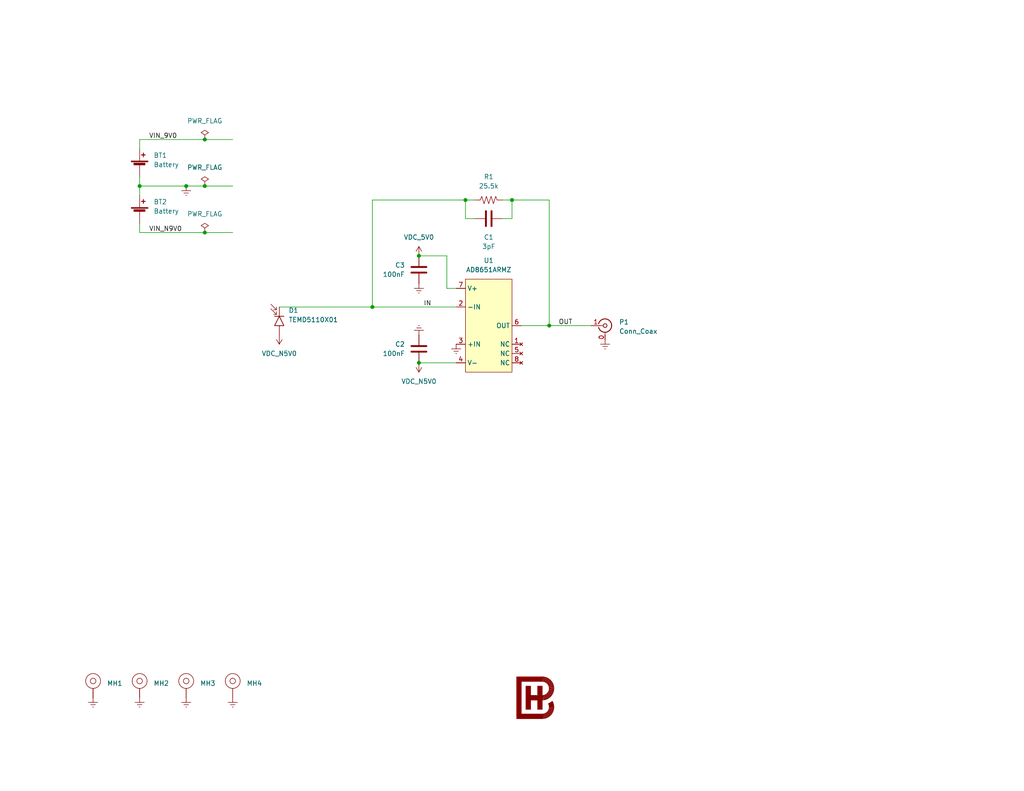
<source format=kicad_sch>
(kicad_sch (version 20231120) (generator "eeschema") (generator_version "8.0")
  (paper "A")
  (title_block (title "${PROJECT_NAME}") (rev "${PCB_REVISION}") (company "BRENDANHAINES.COM"))
  (lib_symbols
    (symbol "bh:AD8651ARMZ" (exclude_from_sim yes)
      (property "Reference" "U" (at 0 0 0))
      (property "Value" "AD8651ARMZ" (at 0 0 0))
      (symbol "AD8651ARMZ_1_1"
        (rectangle (start 0 0) (end 12.7 -25.4) (fill (type background)))
        (pin no_connect line (at 15.24 -17.78 180) (length 2.54) (name "NC") (number "1"))
        (pin input line (at -2.54 -7.62 0) (length 2.54) (name "-IN") (number "2"))
        (pin input line (at -2.54 -17.78 0) (length 2.54) (name "+IN") (number "3"))
        (pin power_in line (at -2.54 -22.86 0) (length 2.54) (name "V-") (number "4"))
        (pin no_connect line (at 15.24 -20.32 180) (length 2.54) (name "NC") (number "5"))
        (pin output line (at 15.24 -12.7 180) (length 2.54) (name "OUT") (number "6"))
        (pin power_in line (at -2.54 -2.54 0) (length 2.54) (name "V+") (number "7"))
        (pin no_connect line (at 15.24 -22.86 180) (length 2.54) (name "NC") (number "8"))
      )
    )
    (symbol "bh:Battery" (pin_numbers hide) (pin_names (offset 0) hide)
      (property "Reference" "BT" (at 2.54 1.27 0))
      (property "Value" "Battery" (at 2.54 -1.27 0))
      (symbol "Battery_0_1"
        (rectangle (start -2.286 0.508) (end 2.286 0.254) (fill (type outline)))
        (rectangle (start -1.5748 -0.0762) (end 1.4732 -0.5842) (fill (type outline)))
        (polyline (pts (xy 0 -0.508) (xy 0 -1.27)))
        (polyline (pts (xy 0 0.508) (xy 0 1.27)))
        (polyline (pts (xy 0.508 2.159) (xy 1.524 2.159)) (stroke (width 0.254)))
        (polyline (pts (xy 1.016 2.667) (xy 1.016 1.651)) (stroke (width 0.254)))
      )
      (symbol "Battery_1_1"
        (pin passive line (at 0 3.81 270) (length 2.54) (name "+") (number "1"))
        (pin passive line (at 0 -3.81 90) (length 2.54) (name "-") (number "2"))
      )
    )
    (symbol "bh:C" (pin_numbers hide) (pin_names (offset 0.254))
      (property "Reference" "C" (at 0.635 2.54 0))
      (property "Value" "C" (at 0.635 -2.54 0))
      (symbol "C_0_1"
        (polyline (pts (xy -2.032 -0.762) (xy 2.032 -0.762)) (stroke (width 0.508)))
        (polyline (pts (xy -2.032 0.762) (xy 2.032 0.762)) (stroke (width 0.508)))
      )
      (symbol "C_1_1"
        (pin passive line (at 0 3.81 270) (length 2.794) (name "~") (number "1"))
        (pin passive line (at 0 -3.81 90) (length 2.794) (name "~") (number "2"))
      )
    )
    (symbol "bh:Conn_Coax" (pin_names hide) (exclude_from_sim yes)
      (property "Reference" "P" (at 0 3.81 0))
      (property "Value" "Conn_Coax" (at 0 3.81 0))
      (symbol "Conn_Coax_0_1"
        (arc (start -1.778 -0.508) (mid 0.2311 -1.8066) (end 1.778 0) (stroke (width 0.254)))
        (polyline (pts (xy -1.27 0) (xy -0.508 0)))
        (polyline (pts (xy 0 -2.54) (xy 0 -1.778)))
        (circle (center 0 0) (radius 0.508) (stroke (width 0.2032)))
        (arc (start 1.778 0) (mid 0.2233 1.8169) (end -1.778 0.508) (stroke (width 0.254)))
      )
      (symbol "Conn_Coax_1_1"
        (pin passive line (at 0 -3.81 90) (length 1.27) (name "Ext") (number "0"))
        (pin passive line (at -3.81 0 0) (length 2.54) (name "In") (number "1"))
      )
    )
    (symbol "bh:GND" (power) (pin_names (offset 0))
      (symbol "GND_0_1"
        (polyline (pts (xy -0.635 -1.905) (xy 0.635 -1.905)))
        (polyline (pts (xy -0.127 -2.54) (xy 0.127 -2.54)))
        (polyline (pts (xy 0 -1.27) (xy 0 0)))
        (polyline (pts (xy 1.27 -1.27) (xy -1.27 -1.27)))
      )
      (symbol "GND_1_1"
        (pin power_in line (at 0 0 90) (length 0) hide (name "GND") (number "1"))
      )
    )
    (symbol "bh:LOGO_BH" (in_bom no)
      (symbol "LOGO_BH_0_1"
        (rectangle (start -5.08 -4.445) (end 1.905 -5.715) (fill (type outline)))
        (rectangle (start -5.08 4.445) (end -3.81 -4.445) (fill (type outline)))
        (rectangle (start -5.08 5.715) (end 1.905 4.445) (fill (type outline)))
        (rectangle (start -2.54 3.175) (end -1.27 -3.175) (fill (type outline)))
        (rectangle (start -1.27 0.635) (end 0.635 -0.635) (fill (type outline)))
        (polyline (pts (xy 1.905 0.635) (xy 1.905 -0.635)))
        (polyline (pts (xy 3.7084 -1.8542) (xy 3.7084 -1.6002)))
        (polyline (pts (xy 4.6482 -0.9906) (xy 4.572 -1.1684)))
        (polyline (pts (xy 4.7244 -1.1176) (xy 4.4704 -1.1684)))
        (polyline (pts (xy 4.8006 -1.2446) (xy 4.2418 -1.2954)))
        (polyline (pts (xy 4.8514 -1.3716) (xy 4.064 -1.4224)))
        (polyline (pts (xy 4.953 -2.54) (xy 4.9022 -1.778)))
        (polyline (pts (xy 3.81 -2.54) (xy 3.81 -2.3622) (xy 3.7846 -2.2098) (xy 3.7338 -2.032) (xy 3.683 -1.8796) (xy 3.6322 -1.7272) (xy 3.5814 -1.6002) (xy 3.7338 -1.524) (xy 3.8862 -1.4478) (xy 4.1148 -1.3208) (xy 4.2926 -1.2192) (xy 4.4704 -1.0922) (xy 4.6482 -0.9652) (xy 4.7498 -1.143) (xy 4.8514 -1.3462) (xy 4.9276 -1.5748) (xy 4.9784 -1.778) (xy 5.0292 -1.9812) (xy 5.0546 -2.1844) (xy 5.08 -2.54)))
        (rectangle (start 0.635 3.175) (end 1.905 -3.175) (fill (type outline)))
        (arc (start 1.905 -5.715) (mid 4.1501 -4.7851) (end 5.08 -2.54))
        (arc (start 1.905 -5.588) (mid 4.0603 -4.6953) (end 4.953 -2.54))
        (arc (start 1.905 -5.461) (mid 3.9705 -4.6055) (end 4.826 -2.54))
        (arc (start 1.905 -5.334) (mid 3.8807 -4.5157) (end 4.699 -2.54))
        (arc (start 1.905 -5.207) (mid 3.7909 -4.4259) (end 4.572 -2.54))
        (arc (start 1.905 -5.08) (mid 3.7011 -4.3361) (end 4.445 -2.54))
        (arc (start 1.905 -4.953) (mid 3.6112 -4.2462) (end 4.318 -2.54))
        (arc (start 1.905 -4.826) (mid 3.5214 -4.1564) (end 4.191 -2.54))
        (arc (start 1.905 -4.699) (mid 3.4316 -4.0666) (end 4.064 -2.54))
        (arc (start 1.905 -4.572) (mid 3.3418 -3.9768) (end 3.937 -2.54))
        (arc (start 1.905 -4.445) (mid 3.252 -3.887) (end 3.81 -2.54))
        (arc (start 1.905 -0.635) (mid 4.1501 0.2949) (end 5.08 2.54))
        (arc (start 1.905 -0.508) (mid 4.0603 0.3847) (end 4.953 2.54))
        (arc (start 1.905 -0.381) (mid 3.9705 0.4745) (end 4.826 2.54))
        (arc (start 1.905 -0.254) (mid 3.8807 0.5643) (end 4.699 2.54))
        (arc (start 1.905 -0.127) (mid 3.7909 0.6541) (end 4.572 2.54))
        (arc (start 1.905 0) (mid 3.7011 0.7439) (end 4.445 2.54))
        (arc (start 1.905 0.127) (mid 3.6112 0.8338) (end 4.318 2.54))
        (arc (start 1.905 0.254) (mid 3.5214 0.9236) (end 4.191 2.54))
        (arc (start 1.905 0.381) (mid 3.4316 1.0134) (end 4.064 2.54))
        (arc (start 1.905 0.508) (mid 3.3418 1.1032) (end 3.937 2.54))
        (arc (start 1.905 0.635) (mid 3.252 1.193) (end 3.81 2.54))
        (rectangle (start 3.81 -1.524) (end 4.826 -2.54) (fill (type outline)))
        (arc (start 3.81 2.54) (mid 3.252 3.887) (end 1.905 4.445))
        (arc (start 3.937 2.54) (mid 3.3418 3.9768) (end 1.905 4.572))
        (arc (start 4.064 2.54) (mid 3.4316 4.0666) (end 1.905 4.699))
        (arc (start 4.191 2.54) (mid 3.5214 4.1564) (end 1.905 4.826))
        (arc (start 4.318 2.54) (mid 3.6112 4.2462) (end 1.905 4.953))
        (arc (start 4.445 2.54) (mid 3.7011 4.3361) (end 1.905 5.08))
        (arc (start 4.572 2.54) (mid 3.7909 4.4259) (end 1.905 5.207))
        (arc (start 4.699 2.54) (mid 3.8807 4.5157) (end 1.905 5.334))
        (arc (start 4.826 2.54) (mid 3.9705 4.6055) (end 1.905 5.461))
        (arc (start 4.953 2.54) (mid 4.0603 4.6953) (end 1.905 5.588))
        (arc (start 5.08 2.54) (mid 4.1501 4.7851) (end 1.905 5.715))
      )
    )
    (symbol "bh:Mounting_Hole" (pin_numbers hide) (pin_names (offset 0.762) hide)
      (property "Reference" "MH" (at 0 7.62 0))
      (symbol "Mounting_Hole_0_1"
        (circle (center 0 4.572) (radius 0.762))
        (circle (center 0 4.572) (radius 2.032))
      )
      (symbol "Mounting_Hole_1_1"
        (pin passive line (at 0 0 90) (length 2.54) (name "1") (number "1"))
      )
    )
    (symbol "bh:PWR_FLAG" (power) (pin_numbers hide) (pin_names (offset 0) hide)
      (property "Value" "PWR_FLAG" (at 0 3.81 0))
      (symbol "PWR_FLAG_0_0"
        (pin power_out line (at 0 0 90) (length 0) (name "pwr") (number "1"))
      )
      (symbol "PWR_FLAG_0_1"
        (polyline (pts (xy 0 0) (xy 0 1.27) (xy -1.016 1.905) (xy 0 2.54) (xy 1.016 1.905) (xy 0 1.27)))
      )
    )
    (symbol "bh:R" (pin_numbers hide) (pin_names (offset 0))
      (property "Reference" "R" (at 2.032 0 90))
      (property "Value" "R" (at -1.905 0 90))
      (symbol "R_0_1"
        (polyline (pts (xy 0 -2.54) (xy 0 -2.286) (xy 1.016 -1.905) (xy -1.016 -1.27) (xy 1.016 -0.635) (xy -1.016 0) (xy 1.016 0.635) (xy -1.016 1.27) (xy 1.016 1.905) (xy 0 2.286) (xy 0 2.54)))
      )
      (symbol "R_1_1"
        (pin passive line (at 0 3.81 270) (length 1.27) (name "~") (number "1"))
        (pin passive line (at 0 -3.81 90) (length 1.27) (name "~") (number "2"))
      )
    )
    (symbol "bh:TEMD5110X01" (pin_numbers hide) (pin_names (offset 1.016) hide)
      (property "Reference" "D" (at 0 2.54 0))
      (property "Value" "TEMD5110X01" (at 0 -2.54 0))
      (symbol "TEMD5110X01_0_1"
        (polyline (pts (xy -1.27 -1.27) (xy -1.27 1.27)) (stroke (width 0.2032)))
        (polyline (pts (xy 1.27 -1.27) (xy 1.27 1.27) (xy -1.27 0) (xy 1.27 -1.27)) (stroke (width 0.2032)))
        (polyline (pts (xy -4.572 -2.286) (xy -3.048 -0.762) (xy -3.81 -0.762) (xy -3.048 -0.762) (xy -3.048 -1.524)))
        (polyline (pts (xy -3.302 -2.286) (xy -1.778 -0.762) (xy -2.54 -0.762) (xy -1.778 -0.762) (xy -1.778 -1.524)))
      )
      (symbol "TEMD5110X01_1_1"
        (pin passive line (at 3.81 0 180) (length 2.54) (name "A") (number "A"))
        (pin passive line (at -3.81 0 0) (length 2.54) (name "K") (number "K"))
      )
    )
    (symbol "bh:VDC_5V0" (power) (pin_names (offset 0))
      (property "Value" "VDC_5V0" (at 0 3.556 0))
      (symbol "VDC_5V0_0_1"
        (polyline (pts (xy -0.762 1.27) (xy 0 2.54)))
        (polyline (pts (xy 0 0) (xy 0 2.54)))
        (polyline (pts (xy 0 2.54) (xy 0.762 1.27)))
      )
      (symbol "VDC_5V0_1_1"
        (pin power_in line (at 0 0 90) (length 0) hide (name "VDC_5V0") (number "1"))
      )
    )
    (symbol "bh:VDC_N5V0" (power) (pin_names (offset 0))
      (property "Value" "VDC_N5V0" (at 0 3.556 0))
      (symbol "VDC_N5V0_0_1"
        (polyline (pts (xy -0.762 1.27) (xy 0 2.54)))
        (polyline (pts (xy 0 0) (xy 0 2.54)))
        (polyline (pts (xy 0 2.54) (xy 0.762 1.27)))
      )
      (symbol "VDC_N5V0_1_1"
        (pin power_in line (at 0 0 90) (length 0) hide (name "VDC_N5V0") (number "1"))
      )
    )
  )
  (junction (at 114.3 69.85))
  (junction (at 114.3 99.06))
  (junction (at 127 54.61))
  (junction (at 101.6 83.82))
  (junction (at 55.88 50.8))
  (junction (at 55.88 63.5))
  (junction (at 139.7 54.61))
  (junction (at 50.8 50.8))
  (junction (at 149.86 88.9))
  (junction (at 55.88 38.1))
  (junction (at 38.1 50.8))
  (wire (pts (xy 38.1 40.64) (xy 38.1 38.1)))
  (wire (pts (xy 127 54.61) (xy 101.6 54.61)))
  (wire (pts (xy 55.88 63.5) (xy 63.5 63.5)))
  (wire (pts (xy 127 59.69) (xy 127 54.61)))
  (wire (pts (xy 55.88 38.1) (xy 63.5 38.1)))
  (wire (pts (xy 149.86 54.61) (xy 149.86 88.9)))
  (wire (pts (xy 55.88 50.8) (xy 50.8 50.8)))
  (wire (pts (xy 121.92 69.85) (xy 121.92 78.74)))
  (wire (pts (xy 38.1 63.5) (xy 38.1 60.96)))
  (wire (pts (xy 114.3 99.06) (xy 124.46 99.06)))
  (wire (pts (xy 142.24 88.9) (xy 149.86 88.9)))
  (wire (pts (xy 55.88 50.8) (xy 63.5 50.8)))
  (wire (pts (xy 139.7 54.61) (xy 149.86 54.61)))
  (wire (pts (xy 101.6 83.82) (xy 124.46 83.82)))
  (wire (pts (xy 38.1 63.5) (xy 55.88 63.5)))
  (wire (pts (xy 137.16 59.69) (xy 139.7 59.69)))
  (wire (pts (xy 129.54 54.61) (xy 127 54.61)))
  (wire (pts (xy 50.8 50.8) (xy 38.1 50.8)))
  (wire (pts (xy 121.92 78.74) (xy 124.46 78.74)))
  (wire (pts (xy 38.1 38.1) (xy 55.88 38.1)))
  (wire (pts (xy 114.3 69.85) (xy 121.92 69.85)))
  (wire (pts (xy 76.2 83.82) (xy 101.6 83.82)))
  (wire (pts (xy 129.54 59.69) (xy 127 59.69)))
  (wire (pts (xy 149.86 88.9) (xy 161.29 88.9)))
  (wire (pts (xy 38.1 53.34) (xy 38.1 50.8)))
  (wire (pts (xy 137.16 54.61) (xy 139.7 54.61)))
  (wire (pts (xy 38.1 48.26) (xy 38.1 50.8)))
  (wire (pts (xy 139.7 59.69) (xy 139.7 54.61)))
  (wire (pts (xy 101.6 54.61) (xy 101.6 83.82)))
  (label "VIN_N9V0" (at 40.64 63.5 0))
  (label "OUT" (at 152.4 88.9 0))
  (label "IN" (at 115.57 83.82 0))
  (label "VIN_9V0" (at 40.64 38.1 0))
  (symbol (lib_id "bh:C") (at 114.3 95.25 0) (unit 1)
    (property "Reference" "C2" (at 110.49 93.9799 0) (effects (justify right)))
    (property "Value" "100nF" (at 110.49 96.5199 0) (effects (justify right)))
    (property "Footprint" "common:C0402" (effects (hide yes)))
    (property "Description" "Capacitor" (effects (hide yes)))
    (property "FieldName" "Value" (effects (hide yes)))
    (property "Sim.Device" "C" (effects (hide yes)))
    (property "Sim.Pins" "1=+ 2=-" (effects (hide yes)))
  )
  (symbol (lib_id "bh:Conn_Coax") (at 165.1 88.9 0) (unit 1) (exclude_from_sim yes)
    (property "Reference" "P1" (at 168.91 87.9188 0) (effects (justify left)))
    (property "Value" "Conn_Coax" (at 168.91 90.4588 0) (effects (justify left)))
    (property "Footprint" "common:2466267-1" (effects (hide yes)))
    (property "Description" "Connector, Coax" (effects (hide yes)))
  )
  (symbol (lib_id "bh:GND") (at 114.3 77.47 0) (unit 1)
    (property "Reference" "#PWR012" (effects (hide yes)))
    (property "Value" "GND" (effects (hide yes)))
    (property "Description" "Power Symbol" (effects (hide yes)))
  )
  (symbol (lib_id "bh:PWR_FLAG") (at 55.88 38.1 0) (unit 1)
    (property "Reference" "#FLG02" (effects (hide yes)))
    (property "Value" "PWR_FLAG" (at 55.88 33.02 0))
    (property "Description" "Special symbol for telling ERC where power comes from" (effects (hide yes)))
  )
  (symbol (lib_id "bh:C") (at 114.3 73.66 0) (unit 1)
    (property "Reference" "C3" (at 110.49 72.3899 0) (effects (justify right)))
    (property "Value" "100nF" (at 110.49 74.9299 0) (effects (justify right)))
    (property "Footprint" "common:C0402" (effects (hide yes)))
    (property "Description" "Capacitor" (effects (hide yes)))
    (property "FieldName" "Value" (effects (hide yes)))
    (property "Sim.Device" "C" (effects (hide yes)))
    (property "Sim.Pins" "1=+ 2=-" (effects (hide yes)))
  )
  (symbol (lib_id "bh:LOGO_BH") (at 146.05 190.5 0) (unit 1) (exclude_from_sim yes) (in_bom no)
    (property "Reference" "LOGO1" (effects (hide yes)))
    (property "Value" "~" (at 146.685 189.865 0))
    (property "Footprint" "common:LOGO_BH" (effects (hide yes)))
  )
  (symbol (lib_id "bh:GND") (at 50.8 50.8 0) (unit 1)
    (property "Reference" "#PWR09" (effects (hide yes)))
    (property "Value" "GND" (effects (hide yes)))
    (property "Description" "Power Symbol" (effects (hide yes)))
  )
  (symbol (lib_id "bh:GND") (at 114.3 91.44 180) (unit 1)
    (property "Reference" "#PWR010" (effects (hide yes)))
    (property "Value" "GND" (effects (hide yes)))
    (property "Description" "Power Symbol" (effects (hide yes)))
  )
  (symbol (lib_id "bh:Mounting_Hole") (at 63.5 190.5 0) (unit 1) (exclude_from_sim yes) (in_bom no)
    (property "Reference" "MH4" (at 67.31 186.563 0) (effects (justify left)))
    (property "Value" "Mounting_Hole" (effects (hide yes)))
    (property "Footprint" "common:MH120X230_#4" (effects (hide yes)))
  )
  (symbol (lib_id "bh:R") (at 133.35 54.61 90) (unit 1)
    (property "Reference" "R1" (at 133.35 48.26 90))
    (property "Value" "25.5k" (at 133.35 50.8 90))
    (property "Footprint" "common:R0402" (effects (hide yes)))
    (property "Description" "Resistor" (effects (hide yes)))
    (property "FieldName" "Value" (effects (hide yes)))
    (property "Sim.Device" "R" (effects (hide yes)))
    (property "Sim.Pins" "1=+ 2=-" (effects (hide yes)))
  )
  (symbol (lib_id "bh:GND") (at 38.1 190.5 0) (unit 1)
    (property "Reference" "#PWR02" (effects (hide yes)))
    (property "Value" "GND" (effects (hide yes)))
  )
  (symbol (lib_id "bh:VDC_N5V0") (at 114.3 99.06 180) (unit 1)
    (property "Reference" "#PWR05" (effects (hide yes)))
    (property "Value" "VDC_N5V0" (at 114.3 104.14 0))
    (property "Description" "Power Symbol" (effects (hide yes)))
  )
  (symbol (lib_id "bh:C") (at 133.35 59.69 90) (unit 1)
    (property "Reference" "C1" (at 133.35 64.77 90))
    (property "Value" "3pF" (at 133.35 67.31 90))
    (property "Footprint" "common:C0402" (effects (hide yes)))
    (property "Description" "Capacitor" (effects (hide yes)))
    (property "FieldName" "Value" (effects (hide yes)))
    (property "Sim.Device" "C" (effects (hide yes)))
    (property "Sim.Pins" "1=+ 2=-" (effects (hide yes)))
  )
  (symbol (lib_id "bh:PWR_FLAG") (at 55.88 50.8 0) (unit 1)
    (property "Reference" "#FLG01" (effects (hide yes)))
    (property "Value" "PWR_FLAG" (at 55.88 45.72 0))
    (property "Description" "Special symbol for telling ERC where power comes from" (effects (hide yes)))
  )
  (symbol (lib_id "bh:GND") (at 165.1 92.71 0) (unit 1)
    (property "Reference" "#PWR011" (effects (hide yes)))
    (property "Value" "GND" (effects (hide yes)))
    (property "Description" "Power Symbol" (effects (hide yes)))
  )
  (symbol (lib_id "bh:GND") (at 25.4 190.5 0) (unit 1)
    (property "Reference" "#PWR01" (effects (hide yes)))
    (property "Value" "GND" (effects (hide yes)))
  )
  (symbol (lib_id "bh:Mounting_Hole") (at 50.8 190.5 0) (unit 1) (exclude_from_sim yes) (in_bom no)
    (property "Reference" "MH3" (at 54.61 186.563 0) (effects (justify left)))
    (property "Value" "Mounting_Hole" (effects (hide yes)))
    (property "Footprint" "common:MH120X230_#4" (effects (hide yes)))
  )
  (symbol (lib_id "bh:TEMD5110X01") (at 76.2 87.63 270) (unit 1)
    (property "Reference" "D1" (at 78.74 84.7597 90) (effects (justify left)))
    (property "Value" "TEMD5110X01" (at 78.74 87.2997 90) (effects (justify left)))
    (property "Footprint" "common:TEMD5110X01" (effects (hide yes)))
    (property "Datasheet" "https://www.vishay.com/docs/84658/temd5110.pdf" (effects (hide yes)))
    (property "Description" "Diode, Photodiode, Infrared 870-950nm" (effects (hide yes)))
    (property "MPN" "TEMD5110X01" (effects (hide yes)))
    (property "Manufacturer" "Vishay Semiconductor Opto Division" (effects (hide yes)))
  )
  (symbol (lib_id "bh:Mounting_Hole") (at 25.4 190.5 0) (unit 1) (exclude_from_sim yes) (in_bom no)
    (property "Reference" "MH1" (at 29.21 186.563 0) (effects (justify left)))
    (property "Value" "Mounting_Hole" (effects (hide yes)))
    (property "Footprint" "common:MH120X230_#4" (effects (hide yes)))
  )
  (symbol (lib_id "bh:Battery") (at 38.1 57.15 0) (unit 1)
    (property "Reference" "BT2" (at 41.91 55.1179 0) (effects (justify left)))
    (property "Value" "Battery" (at 41.91 57.6579 0) (effects (justify left)))
    (property "Footprint" "common:Keystone_967" (effects (hide yes)))
    (property "Description" "Battery" (effects (hide yes)))
  )
  (symbol (lib_id "bh:GND") (at 124.46 93.98 0) (unit 1)
    (property "Reference" "#PWR07" (effects (hide yes)))
    (property "Value" "GND" (effects (hide yes)))
    (property "Description" "Power Symbol" (effects (hide yes)))
  )
  (symbol (lib_id "bh:AD8651ARMZ") (at 127 76.2 0) (unit 1) (exclude_from_sim yes)
    (property "Reference" "U1" (at 133.35 71.12 0))
    (property "Value" "AD8651ARMZ" (at 133.35 73.66 0))
    (property "Footprint" "common:MSOP8" (effects (hide yes)))
    (property "Datasheet" "https://www.analog.com/media/en/technical-documentation/data-sheets/AD8651_8652.pdf" (effects (hide yes)))
    (property "Description" "50 MHz, Precision, Low Distortion, Low Noise CMOS Amplifiers" (effects (hide yes)))
    (property "Manufacturer" "Analog Devices" (effects (hide yes)))
    (property "MPN" "AD8651ARMZ" (effects (hide yes)))
  )
  (symbol (lib_id "bh:VDC_5V0") (at 114.3 69.85 0) (unit 1)
    (property "Reference" "#PWR06" (effects (hide yes)))
    (property "Value" "VDC_5V0" (at 114.3 64.77 0))
    (property "Description" "Power Symbol" (effects (hide yes)))
  )
  (symbol (lib_id "bh:PWR_FLAG") (at 55.88 63.5 0) (unit 1)
    (property "Reference" "#FLG03" (effects (hide yes)))
    (property "Value" "PWR_FLAG" (at 55.88 58.42 0))
    (property "Description" "Special symbol for telling ERC where power comes from" (effects (hide yes)))
  )
  (symbol (lib_id "bh:GND") (at 63.5 190.5 0) (unit 1)
    (property "Reference" "#PWR04" (effects (hide yes)))
    (property "Value" "GND" (effects (hide yes)))
  )
  (symbol (lib_id "bh:Battery") (at 38.1 44.45 0) (unit 1)
    (property "Reference" "BT1" (at 41.91 42.4179 0) (effects (justify left)))
    (property "Value" "Battery" (at 41.91 44.9579 0) (effects (justify left)))
    (property "Footprint" "common:Keystone_967" (effects (hide yes)))
    (property "Description" "Battery" (effects (hide yes)))
  )
  (symbol (lib_id "bh:GND") (at 50.8 190.5 0) (unit 1)
    (property "Reference" "#PWR03" (effects (hide yes)))
    (property "Value" "GND" (effects (hide yes)))
  )
  (symbol (lib_id "bh:Mounting_Hole") (at 38.1 190.5 0) (unit 1) (exclude_from_sim yes) (in_bom no)
    (property "Reference" "MH2" (at 41.91 186.563 0) (effects (justify left)))
    (property "Value" "Mounting_Hole" (effects (hide yes)))
    (property "Footprint" "common:MH120X230_#4" (effects (hide yes)))
  )
  (symbol (lib_id "bh:VDC_N5V0") (at 76.2 91.44 180) (unit 1)
    (property "Reference" "#PWR08" (effects (hide yes)))
    (property "Value" "VDC_N5V0" (at 76.2 96.52 0))
    (property "Description" "Power Symbol" (effects (hide yes)))
  )
)
</source>
